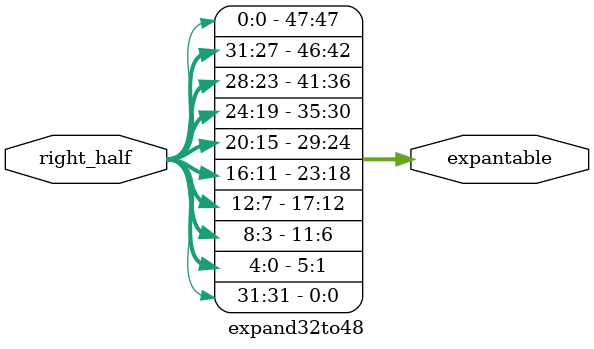
<source format=sv>
`timescale 1ns / 1ps

 module expand32to48(
      input logic [31:0] right_half,
      output logic [47:0] expantable

    );
    assign expantable[47] =
    right_half[32-32];
    assign expantable[46] =
    right_half[32-1];
    assign expantable[45] =
    right_half[32-2];
    assign expantable[44] =
    right_half[32-3];
    assign expantable[43] =
    right_half[32-4];
    assign expantable[42] =
    right_half[32-5];
    assign expantable[41] =
    right_half[32-4];
    assign expantable[40] =
    right_half[32-5];
    assign expantable[39] =
    right_half[32-6];
    assign expantable[38] =
    right_half[32-7];
    assign expantable[37] =
    right_half[32-8];
    assign expantable[36] =
    right_half[32-9];
    assign expantable[35] =
    right_half[32-8];
    assign expantable[34] =
    right_half[32-9];
    assign expantable[33] =
    right_half[32-10];
    assign expantable[32] =
    right_half[32-11];
    assign expantable[31] =
    right_half[32-12];
    assign expantable[30] =
    right_half[32-13];
    assign expantable[29] =
    right_half[32-12];
    assign expantable[28] =
    right_half[32-13];
    assign expantable[27] =
    right_half[32-14];
    assign expantable[26] =
    right_half[32-15];
    assign expantable[25] =
    right_half[32-16];
    assign expantable[24] =
    right_half[32-17];
    assign expantable[23] =
    right_half[32-16];
    assign expantable[22] =
    right_half[32-17];
    assign expantable[21] =
    right_half[32-18];
    assign expantable[20] =
    right_half[32-19];
    assign expantable[19] =
    right_half[32-20];
    assign expantable[18] =
    right_half[32-21];
    assign expantable[17] =
    right_half[32-20];
    assign expantable[16] =
    right_half[32-21];
    assign expantable[15] =
    right_half[32-22];
    assign expantable[14] =
    right_half[32-23];
    assign expantable[13] =
    right_half[32-24];
    assign expantable[12] =
    right_half[32-25];
    assign expantable[11] =
    right_half[32-24];
    assign expantable[10] =
    right_half[32-25];
    assign expantable[9] =
    right_half[32-26];
    assign expantable[8] =
    right_half[32-27];
    assign expantable[7] =
    right_half[32-28];
    assign expantable[6] =
    right_half[32-29];
    assign expantable[5] =
    right_half[32-28];
    assign expantable[4] =
    right_half[32-29];
    assign expantable[3] =
    right_half[32-30];
    assign expantable[2] =
    right_half[32-31];
    assign expantable[1] =
    right_half[32-32];
    assign expantable[0] =
    right_half[32-1];
    
endmodule




</source>
